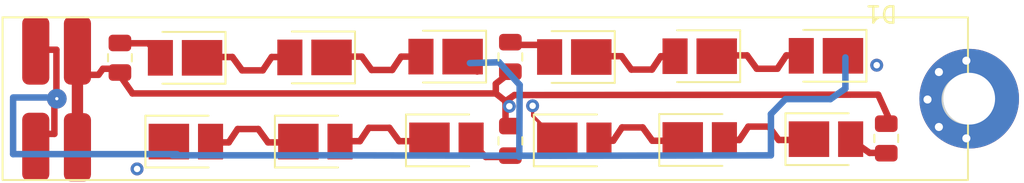
<source format=kicad_pcb>
(kicad_pcb (version 20211014) (generator pcbnew)
  (layers (0 "F.Cu" signal) (31 "B.Cu" signal) (34 "B.Paste" user) (35 "F.Paste" user) (36 "B.SilkS" user "B.Silkscreen") (37 "F.SilkS" user "F.Silkscreen") (38 "B.Mask" user) (39 "F.Mask" user) (44 "Edge.Cuts" user))
  (net 0 "")
  (net 1 "/Vcc")
  (net 2 "/gnd")
  (footprint "MPM-90-12:Led_12_Volt" (layer "F.Cu") (at 151.03 67.36)
    (fp_text reference "D1" (at 22.55 -1.4 180 unlocked) (layer "F.SilkS"))
    (fp_text value "Led12VoLT")
    (fp_line (start -29.375 6.025) (end -28.55 6.025) (layer "F.Cu") (width 0.4))
    (fp_line (start -1.9 7.45) (end -2.8375 6.525) (layer "F.Cu") (width 0.4))
    (fp_line (start -22.75 0.425) (end -21.925 1.225) (layer "F.Cu") (width 0.4))
    (fp_line (start 6.5 1.225) (end 5.05 1.225) (layer "F.Cu") (width 0.4))
    (fp_line (start -6.125 1.25) (end -7.125 1.25) (layer "F.Cu") (width 0.4))
    (fp_line (start -17.775 6.55) (end -17.225 5.725) (layer "F.Cu") (width 0.4))
    (fp_line (start -27.125 2.375) (end -25.825 2.375) (layer "F.Cu") (width 0.4))
    (fp_line (start -9.125 5.65) (end -7.85 5.65) (layer "F.Cu") (width 0.4))
    (fp_line (start -14.125 1.275) (end -15.125 1.275) (layer "F.Cu") (width 0.4))
    (fp_line (start -7.85 5.65) (end -7.25 6.475) (layer "F.Cu") (width 0.4))
    (fp_line (start 1.65 0.525) (end 2.15 1.225) (layer "F.Cu") (width 0.4))
    (fp_line (start 21.825 7.2) (end 20.575 6.325) (layer "F.Cu") (width 0.4))
    (fp_line (start 12.775 6.4) (end 13.775 6.4) (layer "F.Cu") (width 0.4))
    (fp_line (start 16.2 6.4) (end 17.65 6.4) (layer "F.Cu") (width 0.4))
    (fp_line (start 14.85 2) (end 14.25 1.175) (layer "F.Cu") (width 0.4))
    (fp_line (start -1.275 2.925) (end -0.375 2.225) (layer "F.Cu") (width 0.4))
    (fp_line (start -17.225 5.725) (end -15.95 5.725) (layer "F.Cu") (width 0.4))
    (fp_line (start -25.825 2.375) (end -25.55 2) (layer "F.Cu") (width 0.4))
    (fp_line (start 9.925 1.225) (end 8.925 1.225) (layer "F.Cu") (width 0.4))
    (fp_line (start 8.375 2.05) (end 7.1 2.05) (layer "F.Cu") (width 0.4))
    (fp_line (start -16.95 2.1) (end -17.55 1.275) (layer "F.Cu") (width 0.4))
    (fp_line (start -10.675 6.475) (end -9.675 6.475) (layer "F.Cu") (width 0.4))
    (fp_line (start -0.7 4.025) (end -0.125 3.625) (layer "F.Cu") (width 0.4))
    (fp_line (start -9.675 6.475) (end -9.125 5.65) (layer "F.Cu") (width 0.4))
    (fp_line (start -15.675 2.1) (end -16.95 2.1) (layer "F.Cu") (width 0.4))
    (fp_line (start 16.675 1.175) (end 16.125 2) (layer "F.Cu") (width 0.4))
    (fp_line (start -1.275 3.525) (end -23.725 3.525) (layer "F.Cu") (width 0.4))
    (fp_line (start 22.4 7.275) (end 22.825 7.275) (layer "F.Cu") (width 0.4))
    (fp_line (start -0.675 4) (end -0.675 5.55) (layer "F.Cu") (width 0.4))
    (fp_line (start -18.775 6.55) (end -17.775 6.55) (layer "F.Cu") (width 0.4))
    (fp_line (start 8.4 6.45) (end 9.85 6.45) (layer "F.Cu") (width 0.4))
    (fp_line (start 14.25 1.175) (end 12.8 1.175) (layer "F.Cu") (width 0.4))
    (fp_line (start -24.2 0.425) (end -22.75 0.425) (layer "F.Cu") (width 0.4))
    (fp_line (start -15.35 6.55) (end -13.9 6.55) (layer "F.Cu") (width 0.4))
    (fp_line (start 22.825 7.2) (end 21.825 7.2) (layer "F.Cu") (width 0.4))
    (fp_line (start 16.125 2) (end 14.85 2) (layer "F.Cu") (width 0.4))
    (fp_line (start -29.475 0.825) (end -28.425 0.825) (layer "F.Cu") (width 0.4))
    (fp_line (start 7.1 2.05) (end 6.5 1.225) (layer "F.Cu") (width 0.4))
    (fp_line (start -7.675 2.075) (end -8.95 2.075) (layer "F.Cu") (width 0.4))
    (fp_line (start -1.275 2.95) (end -1.275 3.525) (layer "F.Cu") (width 0.4))
    (fp_line (start -0.125 3.625) (end 22.35 3.6) (layer "F.Cu") (width 0.4))
    (fp_line (start -1.9 7.45) (end -0.525 7.45) (layer "F.Cu") (width 0.4))
    (fp_line (start 5.975 6.45) (end 6.525 5.625) (layer "F.Cu") (width 0.4))
    (fp_line (start -15.125 1.275) (end -15.675 2.1) (layer "F.Cu") (width 0.4))
    (fp_line (start -1.275 3.525) (end -0.675 4) (layer "F.Cu") (width 0.4))
    (fp_line (start 8.925 1.225) (end 8.375 2.05) (layer "F.Cu") (width 0.4))
    (fp_line (start -2.425 2.175) (end -3.25 1.35) (layer "F.Cu") (width 0.4))
    (fp_line (start 13.775 6.4) (end 14.325 5.575) (layer "F.Cu") (width 0.4))
    (fp_line (start -8.95 2.075) (end -9.55 1.25) (layer "F.Cu") (width 0.4))
    (fp_line (start -28.425 0.825) (end -28.425 3.5) (layer "F.Cu") (width 0.4))
    (fp_line (start -7.125 1.25) (end -7.675 2.075) (layer "F.Cu") (width 0.4))
    (fp_line (start -25.55 2) (end -24.3 2) (layer "F.Cu") (width 0.4))
    (fp_line (start 7.8 5.625) (end 8.4 6.45) (layer "F.Cu") (width 0.4))
    (fp_line (start -23.725 3.525) (end -24.575 2.3) (layer "F.Cu") (width 0.4))
    (fp_line (start -7.25 6.475) (end -5.8 6.475) (layer "F.Cu") (width 0.4))
    (fp_line (start 4.975 6.45) (end 5.975 6.45) (layer "F.Cu") (width 0.4))
    (fp_line (start 17.675 1.175) (end 16.675 1.175) (layer "F.Cu") (width 0.4))
    (fp_line (start -28.55 6.025) (end -28.55 4.375) (layer "F.Cu") (width 0.4))
    (fp_line (start 6.525 5.625) (end 7.8 5.625) (layer "F.Cu") (width 0.4))
    (fp_line (start 22.35 3.6) (end 23.075 5.2) (layer "F.Cu") (width 0.4))
    (fp_line (start -9.55 1.25) (end -11 1.25) (layer "F.Cu") (width 0.4))
    (fp_line (start 15.6 5.575) (end 16.2 6.4) (layer "F.Cu") (width 0.4))
    (fp_line (start -0.2 0.525) (end 1.65 0.525) (layer "F.Cu") (width 0.4))
    (fp_line (start -17.55 1.275) (end -19 1.275) (layer "F.Cu") (width 0.4))
    (fp_line (start 14.325 5.575) (end 15.6 5.575) (layer "F.Cu") (width 0.4))
    (fp_line (start -15.95 5.725) (end -15.35 6.55) (layer "F.Cu") (width 0.4))
    (fp_line (start -1.075 1.6) (end 0.2 3) (layer "B.Cu") (width 0.4))
    (fp_line (start 19.4 3.875) (end 20.325 3.225) (layer "B.Cu") (width 0.4))
    (fp_line (start 0.2 3) (end 0.175 7.45) (layer "B.Cu") (width 0.4))
    (fp_line (start -31.1 3.875) (end -31.1 7.275) (layer "B.Cu") (width 0.4))
    (fp_line (start -29.025 3.775) (end -31.1 3.775) (layer "B.Cu") (width 0.4))
    (fp_line (start 15.725 7.35) (end 15.725 4.8) (layer "B.Cu") (width 0.4))
    (fp_line (start 15.725 4.8) (end 16.625 3.875) (layer "B.Cu") (width 0.4))
    (fp_line (start 16.625 3.875) (end 19.4 3.875) (layer "B.Cu") (width 0.4))
    (fp_line (start 2.1 7.375) (end 15.7 7.35) (layer "B.Cu") (width 0.4))
    (fp_line (start -31.1 7.275) (end -20.975 7.275) (layer "B.Cu") (width 0.4))
    (fp_line (start -21.25 7.35) (end -11.125 7.35) (layer "B.Cu") (width 0.4))
    (fp_line (start 20.325 3.225) (end 20.325 1.3) (layer "B.Cu") (width 0.4))
    (fp_line (start -2.875 1.65) (end -1.075 1.6) (layer "B.Cu") (width 0.4))
    (fp_line (start -11.225 7.35) (end 2.1 7.375) (layer "B.Cu") (width 0.4))
    (fp_line (start 21.625 2.8) (end 21.625 -0.4) (layer "F.SilkS") (width 0.12))
    (fp_line (start -19.025 4.9) (end -22.925 4.9) (layer "F.SilkS") (width 0.12))
    (fp_line (start -25.235 1.092936) (end -25.235 1.547064) (layer "F.SilkS") (width 0.12))
    (fp_line (start -1.875 2.85) (end -1.875 -0.35) (layer "F.SilkS") (width 0.12))
    (fp_line (start -11.025 8.1) (end -14.925 8.1) (layer "F.SilkS") (width 0.12))
    (fp_line (start 16.625 4.75) (end 16.625 7.95) (layer "F.SilkS") (width 0.12))
    (fp_line (start 0.36 1.042936) (end 0.36 1.497064) (layer "F.SilkS") (width 0.12))
    (fp_line (start 22.115 6.532064) (end 22.115 6.077936) (layer "F.SilkS") (width 0.12))
    (fp_line (start -17.975 2.925) (end -17.975 -0.275) (layer "F.SilkS") (width 0.12))
    (fp_line (start -13.875 -0.3) (end -9.975 -0.3) (layer "F.SilkS") (width 0.12))
    (fp_line (start -11.025 4.9) (end -14.925 4.9) (layer "F.SilkS") (width 0.12))
    (fp_line (start 20.525 7.95) (end 16.625 7.95) (layer "F.SilkS") (width 0.12))
    (fp_line (start 4.975 4.825) (end 1.075 4.825) (layer "F.SilkS") (width 0.12))
    (fp_line (start 9.925 -0.375) (end 13.825 -0.375) (layer "F.SilkS") (width 0.12))
    (fp_line (start 8.825 4.8) (end 8.825 8) (layer "F.SilkS") (width 0.12))
    (fp_line (start -13.875 2.9) (end -9.975 2.9) (layer "F.SilkS") (width 0.12))
    (fp_line (start 9.925 2.825) (end 13.825 2.825) (layer "F.SilkS") (width 0.12))
    (fp_line (start 13.825 2.825) (end 13.825 -0.375) (layer "F.SilkS") (width 0.12))
    (fp_line (start 2.175 2.875) (end 6.075 2.875) (layer "F.SilkS") (width 0.12))
    (fp_line (start -19.025 8.1) (end -22.925 8.1) (layer "F.SilkS") (width 0.12))
    (fp_line (start 6.075 2.875) (end 6.075 -0.325) (layer "F.SilkS") (width 0.12))
    (fp_line (start -9.975 2.9) (end -9.975 -0.3) (layer "F.SilkS") (width 0.12))
    (fp_line (start 4.975 8.025) (end 1.075 8.025) (layer "F.SilkS") (width 0.12))
    (fp_line (start 2.175 -0.325) (end 6.075 -0.325) (layer "F.SilkS") (width 0.12))
    (fp_line (start -5.775 2.85) (end -1.875 2.85) (layer "F.SilkS") (width 0.12))
    (fp_line (start -21.875 2.925) (end -17.975 2.925) (layer "F.SilkS") (width 0.12))
    (fp_line (start 12.725 4.8) (end 8.825 4.8) (layer "F.SilkS") (width 0.12))
    (fp_line (start 23.585 6.532064) (end 23.585 6.077936) (layer "F.SilkS") (width 0.12))
    (fp_line (start -6.825 4.825) (end -6.825 8.025) (layer "F.SilkS") (width 0.12))
    (fp_line (start -14.925 4.9) (end -14.925 8.1) (layer "F.SilkS") (width 0.12))
    (fp_line (start 12.725 8) (end 8.825 8) (layer "F.SilkS") (width 0.12))
    (fp_line (start 20.525 4.75) (end 16.625 4.75) (layer "F.SilkS") (width 0.12))
    (fp_line (start -2.925 4.825) (end -6.825 4.825) (layer "F.SilkS") (width 0.12))
    (fp_line (start 0.36 6.682064) (end 0.36 6.227936) (layer "F.SilkS") (width 0.12))
    (fp_line (start -1.11 6.682064) (end -1.11 6.227936) (layer "F.SilkS") (width 0.12))
    (fp_line (start 17.725 2.8) (end 21.625 2.8) (layer "F.SilkS") (width 0.12))
    (fp_line (start -1.11 1.042936) (end -1.11 1.497064) (layer "F.SilkS") (width 0.12))
    (fp_line (start -2.925 8.025) (end -6.825 8.025) (layer "F.SilkS") (width 0.12))
    (fp_line (start -21.875 -0.275) (end -17.975 -0.275) (layer "F.SilkS") (width 0.12))
    (fp_line (start -5.775 -0.35) (end -1.875 -0.35) (layer "F.SilkS") (width 0.12))
    (fp_line (start 1.075 4.825) (end 1.075 8.025) (layer "F.SilkS") (width 0.12))
    (fp_line (start 17.725 -0.4) (end 21.625 -0.4) (layer "F.SilkS") (width 0.12))
    (fp_line (start -22.925 4.9) (end -22.925 8.1) (layer "F.SilkS") (width 0.12))
    (fp_line (start -23.765 1.092936) (end -23.765 1.547064) (layer "F.SilkS") (width 0.12))
    (fp_rect (start -31.75 -1.175) (end 27.9 8.875) (layer "F.SilkS") (width 0.12) (fill none))
    (fp_arc (start 27.85 5.375) (mid 26.324365 3.925004) (end 27.8 2.424153) (layer "Edge.Cuts") (width 0.12))
    (pad "" thru_hole circle (at 27.975 3.85 180) (size 6.15374 6.15374) (drill oval 3.2) (layers *.Cu *.Mask))
    (pad "1" smd rect (at 10.275 6.4) (size 2.5 2.2) (layers "F.Cu" "F.Paste" "F.Mask"))
    (pad "1" smd roundrect (at -0.375 0.3575 270) (size 1.025 1.4) (layers "F.Cu" "F.Paste" "F.Mask") (roundrect_rratio 0.243902))
    (pad "1" thru_hole circle (at 27.8 1.5 180) (size 0.8 0.8) (drill 0.5) (layers *.Cu *.Mask) (net 1 "/Vcc"))
    (pad "1" smd rect (at -21.475 6.5) (size 2.5 2.2) (layers "F.Cu" "F.Paste" "F.Mask"))
    (pad "1" thru_hole circle (at 26.102944 2.202944 180) (size 0.8 0.8) (drill 0.5) (layers *.Cu *.Mask) (net 1 "/Vcc"))
    (pad "1" smd rect (at -5.375 6.425) (size 2.5 2.2) (layers "F.Cu" "F.Paste" "F.Mask"))
    (pad "1" thru_hole circle (at 25.4 3.9 180) (size 0.8 0.8) (drill 0.5) (layers *.Cu *.Mask) (net 1 "/Vcc"))
    (pad "1" smd roundrect (at -27.125001 0.875 90) (size 4.215304 1.67687) (layers "F.Cu" "F.Paste" "F.Mask") (net 1 "/Vcc"))
    (pad "1" smd rect (at 2.525 6.425) (size 2.5 2.2) (layers "F.Cu" "F.Paste" "F.Mask"))
    (pad "1" smd rect (at 18.075 6.35) (size 2.5 2.2) (layers "F.Cu" "F.Paste" "F.Mask"))
    (pad "1" smd rect (at 20.175 1.2 180) (size 2.5 2.2) (layers "F.Cu" "F.Paste" "F.Mask"))
    (pad "1" smd roundrect (at -24.5 0.4075 270) (size 1.025 1.4) (layers "F.Cu" "F.Paste" "F.Mask") (roundrect_rratio 0.243902))
    (pad "1" smd roundrect (at -27.125 6.85 90) (size 4.215304 1.67687) (layers "F.Cu" "F.Paste" "F.Mask") (net 1 "/Vcc"))
    (pad "1" smd rect (at -3.325 1.25 180) (size 2.5 2.2) (layers "F.Cu" "F.Paste" "F.Mask"))
    (pad "1" smd roundrect (at -0.375 7.3675 90) (size 1.025 1.4) (layers "F.Cu" "F.Paste" "F.Mask") (roundrect_rratio 0.243902))
    (pad "1" smd rect (at -19.425 1.325 180) (size 2.5 2.2) (layers "F.Cu" "F.Paste" "F.Mask"))
    (pad "1" smd rect (at -11.425 1.3 180) (size 2.5 2.2) (layers "F.Cu" "F.Paste" "F.Mask"))
    (pad "1" smd rect (at -13.475 6.5) (size 2.5 2.2) (layers "F.Cu" "F.Paste" "F.Mask"))
    (pad "1" smd rect (at 4.625 1.275 180) (size 2.5 2.2) (layers "F.Cu" "F.Paste" "F.Mask"))
    (pad "1" thru_hole circle (at 26.102944 5.597056 180) (size 0.8 0.8) (drill 0.5) (layers *.Cu *.Mask) (net 1 "/Vcc"))
    (pad "1" smd rect (at 12.375 1.225 180) (size 2.5 2.2) (layers "F.Cu" "F.Paste" "F.Mask"))
    (pad "1" thru_hole circle (at 27.8 6.3 180) (size 0.8 0.8) (drill 0.5) (layers *.Cu *.Mask) (net 1 "/Vcc"))
    (pad "1" smd roundrect (at 22.85 7.2175 90) (size 1.025 1.4) (layers "F.Cu" "F.Paste" "F.Mask") (roundrect_rratio 0.243902))
    (pad "2" smd rect (at -18.9 6.5) (size 1.55 2.2) (layers "F.Cu" "F.Paste" "F.Mask"))
    (pad "2" smd roundrect (at -24.5 2.2325 270) (size 1.025 1.4) (layers "F.Cu" "F.Paste" "F.Mask") (roundrect_rratio 0.243902))
    (pad "2" smd roundrect (at -0.375 2.1825 270) (size 1.025 1.4) (layers "F.Cu" "F.Paste" "F.Mask") (roundrect_rratio 0.243902))
    (pad "2" smd rect (at 20.65 6.35) (size 1.55 2.2) (layers "F.Cu" "F.Paste" "F.Mask"))
    (pad "2" smd rect (at 17.6 1.2 180) (size 1.55 2.2) (layers "F.Cu" "F.Paste" "F.Mask"))
    (pad "2" smd rect (at -2.8 6.425) (size 1.55 2.2) (layers "F.Cu" "F.Paste" "F.Mask"))
    (pad "2" smd rect (at -14 1.3 180) (size 1.55 2.2) (layers "F.Cu" "F.Paste" "F.Mask"))
    (pad "2" smd roundrect (at -0.375 5.5425 90) (size 1.025 1.4) (layers "F.Cu" "F.Paste" "F.Mask") (roundrect_rratio 0.243902))
    (pad "2" smd roundrect (at 22.85 5.3925 90) (size 1.025 1.4) (layers "F.Cu" "F.Paste" "F.Mask") (roundrect_rratio 0.243902))
    (pad "2" smd roundrect (at -29.7 6.825 90) (size 4.215304 1.67687) (layers "F.Cu" "F.Paste" "F.Mask") (net 2 "/gnd"))
    (pad "2" smd rect (at 9.8 1.225 180) (size 1.55 2.2) (layers "F.Cu" "F.Paste" "F.Mask"))
    (pad "2" smd rect (at -5.9 1.25 180) (size 1.55 2.2) (layers "F.Cu" "F.Paste" "F.Mask"))
    (pad "2" smd rect (at 12.85 6.4) (size 1.55 2.2) (layers "F.Cu" "F.Paste" "F.Mask"))
    (pad "2" smd rect (at 5.1 6.425) (size 1.55 2.2) (layers "F.Cu" "F.Paste" "F.Mask"))
    (pad "2" smd rect (at -10.9 6.5) (size 1.55 2.2) (layers "F.Cu" "F.Paste" "F.Mask"))
    (pad "2" smd rect (at 2.05 1.275 180) (size 1.55 2.2) (layers "F.Cu" "F.Paste" "F.Mask"))
    (pad "2" smd roundrect (at -29.7 0.875 90) (size 4.215304 1.67687) (layers "F.Cu" "F.Paste" "F.Mask") (net 2 "/gnd"))
    (pad "2" smd rect (at -22 1.325 180) (size 1.55 2.2) (layers "F.Cu" "F.Paste" "F.Mask"))
    (pad "7" thru_hole circle (at -28.4 3.85 180) (size 1.215304 1.215304) (drill 0.2) (layers *.Cu *.Mask))
  )
  (segment (start 152.03 72.26) (end 153.555 73.785) (width 0.2) (layer "F.Cu") (net 0))
  (segment (start 152.03 71.65) (end 152.03 72.26) (width 0.2) (layer "F.Cu") (net 0))
  (via (at 127.59 75.55) (size 0.8) (drill 0.4) (layers "F.Cu" "B.Cu") (net 0))
  (via (at 173.29 69.14) (size 0.8) (drill 0.4) (layers "F.Cu" "B.Cu") (net 0))
  (via (at 152.03 71.65) (size 0.8) (drill 0.4) (layers "F.Cu" "B.Cu") (net 0))
  (via (at 150.59 71.68) (size 0.8) (drill 0.4) (layers "F.Cu" "B.Cu") (net 0))
  (segment (start 123.905 74.21) (end 123.904999 70.26) (width 0.7) (layer "F.Cu") (net 1))
)
</source>
